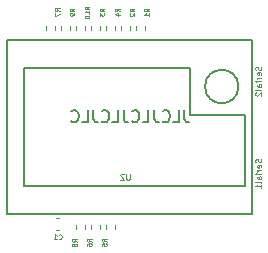
<source format=gbr>
%TF.GenerationSoftware,KiCad,Pcbnew,5.1.8-db9833491~87~ubuntu20.04.1*%
%TF.CreationDate,2020-11-05T18:06:58+01:00*%
%TF.ProjectId,rosalyn-rx,726f7361-6c79-46e2-9d72-782e6b696361,v1.0*%
%TF.SameCoordinates,Original*%
%TF.FileFunction,Legend,Bot*%
%TF.FilePolarity,Positive*%
%FSLAX46Y46*%
G04 Gerber Fmt 4.6, Leading zero omitted, Abs format (unit mm)*
G04 Created by KiCad (PCBNEW 5.1.8-db9833491~87~ubuntu20.04.1) date 2020-11-05 18:06:58*
%MOMM*%
%LPD*%
G01*
G04 APERTURE LIST*
%ADD10C,0.150000*%
%ADD11C,0.125000*%
%ADD12C,0.120000*%
%ADD13C,0.100000*%
G04 APERTURE END LIST*
D10*
X142019047Y-98562380D02*
X142019047Y-99276666D01*
X142066666Y-99419523D01*
X142161904Y-99514761D01*
X142304761Y-99562380D01*
X142400000Y-99562380D01*
X141066666Y-99562380D02*
X141542857Y-99562380D01*
X141542857Y-98562380D01*
X140161904Y-99467142D02*
X140209523Y-99514761D01*
X140352380Y-99562380D01*
X140447619Y-99562380D01*
X140590476Y-99514761D01*
X140685714Y-99419523D01*
X140733333Y-99324285D01*
X140780952Y-99133809D01*
X140780952Y-98990952D01*
X140733333Y-98800476D01*
X140685714Y-98705238D01*
X140590476Y-98610000D01*
X140447619Y-98562380D01*
X140352380Y-98562380D01*
X140209523Y-98610000D01*
X140161904Y-98657619D01*
X139447619Y-98562380D02*
X139447619Y-99276666D01*
X139495238Y-99419523D01*
X139590476Y-99514761D01*
X139733333Y-99562380D01*
X139828571Y-99562380D01*
X138495238Y-99562380D02*
X138971428Y-99562380D01*
X138971428Y-98562380D01*
X137590476Y-99467142D02*
X137638095Y-99514761D01*
X137780952Y-99562380D01*
X137876190Y-99562380D01*
X138019047Y-99514761D01*
X138114285Y-99419523D01*
X138161904Y-99324285D01*
X138209523Y-99133809D01*
X138209523Y-98990952D01*
X138161904Y-98800476D01*
X138114285Y-98705238D01*
X138019047Y-98610000D01*
X137876190Y-98562380D01*
X137780952Y-98562380D01*
X137638095Y-98610000D01*
X137590476Y-98657619D01*
X136876190Y-98562380D02*
X136876190Y-99276666D01*
X136923809Y-99419523D01*
X137019047Y-99514761D01*
X137161904Y-99562380D01*
X137257142Y-99562380D01*
X135923809Y-99562380D02*
X136400000Y-99562380D01*
X136400000Y-98562380D01*
X135019047Y-99467142D02*
X135066666Y-99514761D01*
X135209523Y-99562380D01*
X135304761Y-99562380D01*
X135447619Y-99514761D01*
X135542857Y-99419523D01*
X135590476Y-99324285D01*
X135638095Y-99133809D01*
X135638095Y-98990952D01*
X135590476Y-98800476D01*
X135542857Y-98705238D01*
X135447619Y-98610000D01*
X135304761Y-98562380D01*
X135209523Y-98562380D01*
X135066666Y-98610000D01*
X135019047Y-98657619D01*
X134304761Y-98562380D02*
X134304761Y-99276666D01*
X134352380Y-99419523D01*
X134447619Y-99514761D01*
X134590476Y-99562380D01*
X134685714Y-99562380D01*
X133352380Y-99562380D02*
X133828571Y-99562380D01*
X133828571Y-98562380D01*
X132447619Y-99467142D02*
X132495238Y-99514761D01*
X132638095Y-99562380D01*
X132733333Y-99562380D01*
X132876190Y-99514761D01*
X132971428Y-99419523D01*
X133019047Y-99324285D01*
X133066666Y-99133809D01*
X133066666Y-98990952D01*
X133019047Y-98800476D01*
X132971428Y-98705238D01*
X132876190Y-98610000D01*
X132733333Y-98562380D01*
X132638095Y-98562380D01*
X132495238Y-98610000D01*
X132447619Y-98657619D01*
D11*
X148502380Y-94873809D02*
X148526190Y-94945238D01*
X148526190Y-95064285D01*
X148502380Y-95111904D01*
X148478571Y-95135714D01*
X148430952Y-95159523D01*
X148383333Y-95159523D01*
X148335714Y-95135714D01*
X148311904Y-95111904D01*
X148288095Y-95064285D01*
X148264285Y-94969047D01*
X148240476Y-94921428D01*
X148216666Y-94897619D01*
X148169047Y-94873809D01*
X148121428Y-94873809D01*
X148073809Y-94897619D01*
X148050000Y-94921428D01*
X148026190Y-94969047D01*
X148026190Y-95088095D01*
X148050000Y-95159523D01*
X148502380Y-95564285D02*
X148526190Y-95516666D01*
X148526190Y-95421428D01*
X148502380Y-95373809D01*
X148454761Y-95350000D01*
X148264285Y-95350000D01*
X148216666Y-95373809D01*
X148192857Y-95421428D01*
X148192857Y-95516666D01*
X148216666Y-95564285D01*
X148264285Y-95588095D01*
X148311904Y-95588095D01*
X148359523Y-95350000D01*
X148526190Y-95802380D02*
X148192857Y-95802380D01*
X148288095Y-95802380D02*
X148240476Y-95826190D01*
X148216666Y-95850000D01*
X148192857Y-95897619D01*
X148192857Y-95945238D01*
X148526190Y-96111904D02*
X148192857Y-96111904D01*
X148026190Y-96111904D02*
X148050000Y-96088095D01*
X148073809Y-96111904D01*
X148050000Y-96135714D01*
X148026190Y-96111904D01*
X148073809Y-96111904D01*
X148526190Y-96564285D02*
X148264285Y-96564285D01*
X148216666Y-96540476D01*
X148192857Y-96492857D01*
X148192857Y-96397619D01*
X148216666Y-96350000D01*
X148502380Y-96564285D02*
X148526190Y-96516666D01*
X148526190Y-96397619D01*
X148502380Y-96350000D01*
X148454761Y-96326190D01*
X148407142Y-96326190D01*
X148359523Y-96350000D01*
X148335714Y-96397619D01*
X148335714Y-96516666D01*
X148311904Y-96564285D01*
X148526190Y-96873809D02*
X148502380Y-96826190D01*
X148454761Y-96802380D01*
X148026190Y-96802380D01*
X148073809Y-97040476D02*
X148050000Y-97064285D01*
X148026190Y-97111904D01*
X148026190Y-97230952D01*
X148050000Y-97278571D01*
X148073809Y-97302380D01*
X148121428Y-97326190D01*
X148169047Y-97326190D01*
X148240476Y-97302380D01*
X148526190Y-97016666D01*
X148526190Y-97326190D01*
X148502380Y-102693809D02*
X148526190Y-102765238D01*
X148526190Y-102884285D01*
X148502380Y-102931904D01*
X148478571Y-102955714D01*
X148430952Y-102979523D01*
X148383333Y-102979523D01*
X148335714Y-102955714D01*
X148311904Y-102931904D01*
X148288095Y-102884285D01*
X148264285Y-102789047D01*
X148240476Y-102741428D01*
X148216666Y-102717619D01*
X148169047Y-102693809D01*
X148121428Y-102693809D01*
X148073809Y-102717619D01*
X148050000Y-102741428D01*
X148026190Y-102789047D01*
X148026190Y-102908095D01*
X148050000Y-102979523D01*
X148502380Y-103384285D02*
X148526190Y-103336666D01*
X148526190Y-103241428D01*
X148502380Y-103193809D01*
X148454761Y-103170000D01*
X148264285Y-103170000D01*
X148216666Y-103193809D01*
X148192857Y-103241428D01*
X148192857Y-103336666D01*
X148216666Y-103384285D01*
X148264285Y-103408095D01*
X148311904Y-103408095D01*
X148359523Y-103170000D01*
X148526190Y-103622380D02*
X148192857Y-103622380D01*
X148288095Y-103622380D02*
X148240476Y-103646190D01*
X148216666Y-103670000D01*
X148192857Y-103717619D01*
X148192857Y-103765238D01*
X148526190Y-103931904D02*
X148192857Y-103931904D01*
X148026190Y-103931904D02*
X148050000Y-103908095D01*
X148073809Y-103931904D01*
X148050000Y-103955714D01*
X148026190Y-103931904D01*
X148073809Y-103931904D01*
X148526190Y-104384285D02*
X148264285Y-104384285D01*
X148216666Y-104360476D01*
X148192857Y-104312857D01*
X148192857Y-104217619D01*
X148216666Y-104170000D01*
X148502380Y-104384285D02*
X148526190Y-104336666D01*
X148526190Y-104217619D01*
X148502380Y-104170000D01*
X148454761Y-104146190D01*
X148407142Y-104146190D01*
X148359523Y-104170000D01*
X148335714Y-104217619D01*
X148335714Y-104336666D01*
X148311904Y-104384285D01*
X148526190Y-104693809D02*
X148502380Y-104646190D01*
X148454761Y-104622380D01*
X148026190Y-104622380D01*
X148526190Y-105146190D02*
X148526190Y-104860476D01*
X148526190Y-105003333D02*
X148026190Y-105003333D01*
X148097619Y-104955714D01*
X148145238Y-104908095D01*
X148169047Y-104860476D01*
D10*
%TO.C,U2*%
X146584214Y-96550000D02*
G75*
G03*
X146584214Y-96550000I-1414214J0D01*
G01*
X142470000Y-95000000D02*
X128420000Y-95000000D01*
X142470000Y-99000000D02*
X142470000Y-95000000D01*
X147170000Y-99000000D02*
X142470000Y-99000000D01*
X147170000Y-105000000D02*
X147170000Y-99000000D01*
X128420000Y-105000000D02*
X147170000Y-105000000D01*
X128420000Y-95000000D02*
X128420000Y-105000000D01*
X127020000Y-92650000D02*
X127020000Y-107350000D01*
X147720000Y-92650000D02*
X127020000Y-92650000D01*
X147720000Y-107350000D02*
X147720000Y-92650000D01*
X127020000Y-107350000D02*
X147720000Y-107350000D01*
D12*
%TO.C,C1*%
X131440580Y-108720000D02*
X131159420Y-108720000D01*
X131440580Y-107700000D02*
X131159420Y-107700000D01*
%TO.C,R10*%
X133610000Y-91416359D02*
X133610000Y-91723641D01*
X132850000Y-91416359D02*
X132850000Y-91723641D01*
%TO.C,R9*%
X132340000Y-91416359D02*
X132340000Y-91723641D01*
X131580000Y-91416359D02*
X131580000Y-91723641D01*
%TO.C,R8*%
X132880000Y-108603641D02*
X132880000Y-108296359D01*
X133640000Y-108603641D02*
X133640000Y-108296359D01*
%TO.C,R7*%
X131070000Y-91416359D02*
X131070000Y-91723641D01*
X130310000Y-91416359D02*
X130310000Y-91723641D01*
%TO.C,R6*%
X134120000Y-108583641D02*
X134120000Y-108276359D01*
X134880000Y-108583641D02*
X134880000Y-108276359D01*
%TO.C,R5*%
X135390000Y-108583641D02*
X135390000Y-108276359D01*
X136150000Y-108583641D02*
X136150000Y-108276359D01*
%TO.C,R4*%
X135390000Y-91723641D02*
X135390000Y-91416359D01*
X136150000Y-91723641D02*
X136150000Y-91416359D01*
%TO.C,R3*%
X134120000Y-91723641D02*
X134120000Y-91416359D01*
X134880000Y-91723641D02*
X134880000Y-91416359D01*
%TO.C,R2*%
X136660000Y-91723641D02*
X136660000Y-91416359D01*
X137420000Y-91723641D02*
X137420000Y-91416359D01*
%TO.C,R1*%
X137930000Y-91723641D02*
X137930000Y-91416359D01*
X138690000Y-91723641D02*
X138690000Y-91416359D01*
%TO.C,U2*%
D11*
X137380952Y-103936190D02*
X137380952Y-104340952D01*
X137357142Y-104388571D01*
X137333333Y-104412380D01*
X137285714Y-104436190D01*
X137190476Y-104436190D01*
X137142857Y-104412380D01*
X137119047Y-104388571D01*
X137095238Y-104340952D01*
X137095238Y-103936190D01*
X136880952Y-103983809D02*
X136857142Y-103960000D01*
X136809523Y-103936190D01*
X136690476Y-103936190D01*
X136642857Y-103960000D01*
X136619047Y-103983809D01*
X136595238Y-104031428D01*
X136595238Y-104079047D01*
X136619047Y-104150476D01*
X136904761Y-104436190D01*
X136595238Y-104436190D01*
%TO.C,C1*%
D13*
X131366666Y-109422857D02*
X131385714Y-109441904D01*
X131442857Y-109460952D01*
X131480952Y-109460952D01*
X131538095Y-109441904D01*
X131576190Y-109403809D01*
X131595238Y-109365714D01*
X131614285Y-109289523D01*
X131614285Y-109232380D01*
X131595238Y-109156190D01*
X131576190Y-109118095D01*
X131538095Y-109080000D01*
X131480952Y-109060952D01*
X131442857Y-109060952D01*
X131385714Y-109080000D01*
X131366666Y-109099047D01*
X130985714Y-109460952D02*
X131214285Y-109460952D01*
X131100000Y-109460952D02*
X131100000Y-109060952D01*
X131138095Y-109118095D01*
X131176190Y-109156190D01*
X131214285Y-109175238D01*
%TO.C,R10*%
X133960952Y-90012857D02*
X133770476Y-89879523D01*
X133960952Y-89784285D02*
X133560952Y-89784285D01*
X133560952Y-89936666D01*
X133580000Y-89974761D01*
X133599047Y-89993809D01*
X133637142Y-90012857D01*
X133694285Y-90012857D01*
X133732380Y-89993809D01*
X133751428Y-89974761D01*
X133770476Y-89936666D01*
X133770476Y-89784285D01*
X133960952Y-90393809D02*
X133960952Y-90165238D01*
X133960952Y-90279523D02*
X133560952Y-90279523D01*
X133618095Y-90241428D01*
X133656190Y-90203333D01*
X133675238Y-90165238D01*
X133560952Y-90641428D02*
X133560952Y-90679523D01*
X133580000Y-90717619D01*
X133599047Y-90736666D01*
X133637142Y-90755714D01*
X133713333Y-90774761D01*
X133808571Y-90774761D01*
X133884761Y-90755714D01*
X133922857Y-90736666D01*
X133941904Y-90717619D01*
X133960952Y-90679523D01*
X133960952Y-90641428D01*
X133941904Y-90603333D01*
X133922857Y-90584285D01*
X133884761Y-90565238D01*
X133808571Y-90546190D01*
X133713333Y-90546190D01*
X133637142Y-90565238D01*
X133599047Y-90584285D01*
X133580000Y-90603333D01*
X133560952Y-90641428D01*
%TO.C,R9*%
X132700952Y-90173333D02*
X132510476Y-90040000D01*
X132700952Y-89944761D02*
X132300952Y-89944761D01*
X132300952Y-90097142D01*
X132320000Y-90135238D01*
X132339047Y-90154285D01*
X132377142Y-90173333D01*
X132434285Y-90173333D01*
X132472380Y-90154285D01*
X132491428Y-90135238D01*
X132510476Y-90097142D01*
X132510476Y-89944761D01*
X132700952Y-90363809D02*
X132700952Y-90440000D01*
X132681904Y-90478095D01*
X132662857Y-90497142D01*
X132605714Y-90535238D01*
X132529523Y-90554285D01*
X132377142Y-90554285D01*
X132339047Y-90535238D01*
X132320000Y-90516190D01*
X132300952Y-90478095D01*
X132300952Y-90401904D01*
X132320000Y-90363809D01*
X132339047Y-90344761D01*
X132377142Y-90325714D01*
X132472380Y-90325714D01*
X132510476Y-90344761D01*
X132529523Y-90363809D01*
X132548571Y-90401904D01*
X132548571Y-90478095D01*
X132529523Y-90516190D01*
X132510476Y-90535238D01*
X132472380Y-90554285D01*
%TO.C,R8*%
X132910952Y-109703333D02*
X132720476Y-109570000D01*
X132910952Y-109474761D02*
X132510952Y-109474761D01*
X132510952Y-109627142D01*
X132530000Y-109665238D01*
X132549047Y-109684285D01*
X132587142Y-109703333D01*
X132644285Y-109703333D01*
X132682380Y-109684285D01*
X132701428Y-109665238D01*
X132720476Y-109627142D01*
X132720476Y-109474761D01*
X132682380Y-109931904D02*
X132663333Y-109893809D01*
X132644285Y-109874761D01*
X132606190Y-109855714D01*
X132587142Y-109855714D01*
X132549047Y-109874761D01*
X132530000Y-109893809D01*
X132510952Y-109931904D01*
X132510952Y-110008095D01*
X132530000Y-110046190D01*
X132549047Y-110065238D01*
X132587142Y-110084285D01*
X132606190Y-110084285D01*
X132644285Y-110065238D01*
X132663333Y-110046190D01*
X132682380Y-110008095D01*
X132682380Y-109931904D01*
X132701428Y-109893809D01*
X132720476Y-109874761D01*
X132758571Y-109855714D01*
X132834761Y-109855714D01*
X132872857Y-109874761D01*
X132891904Y-109893809D01*
X132910952Y-109931904D01*
X132910952Y-110008095D01*
X132891904Y-110046190D01*
X132872857Y-110065238D01*
X132834761Y-110084285D01*
X132758571Y-110084285D01*
X132720476Y-110065238D01*
X132701428Y-110046190D01*
X132682380Y-110008095D01*
%TO.C,R7*%
X131450952Y-90163333D02*
X131260476Y-90030000D01*
X131450952Y-89934761D02*
X131050952Y-89934761D01*
X131050952Y-90087142D01*
X131070000Y-90125238D01*
X131089047Y-90144285D01*
X131127142Y-90163333D01*
X131184285Y-90163333D01*
X131222380Y-90144285D01*
X131241428Y-90125238D01*
X131260476Y-90087142D01*
X131260476Y-89934761D01*
X131050952Y-90296666D02*
X131050952Y-90563333D01*
X131450952Y-90391904D01*
%TO.C,R6*%
X134150952Y-109683333D02*
X133960476Y-109550000D01*
X134150952Y-109454761D02*
X133750952Y-109454761D01*
X133750952Y-109607142D01*
X133770000Y-109645238D01*
X133789047Y-109664285D01*
X133827142Y-109683333D01*
X133884285Y-109683333D01*
X133922380Y-109664285D01*
X133941428Y-109645238D01*
X133960476Y-109607142D01*
X133960476Y-109454761D01*
X133750952Y-110026190D02*
X133750952Y-109950000D01*
X133770000Y-109911904D01*
X133789047Y-109892857D01*
X133846190Y-109854761D01*
X133922380Y-109835714D01*
X134074761Y-109835714D01*
X134112857Y-109854761D01*
X134131904Y-109873809D01*
X134150952Y-109911904D01*
X134150952Y-109988095D01*
X134131904Y-110026190D01*
X134112857Y-110045238D01*
X134074761Y-110064285D01*
X133979523Y-110064285D01*
X133941428Y-110045238D01*
X133922380Y-110026190D01*
X133903333Y-109988095D01*
X133903333Y-109911904D01*
X133922380Y-109873809D01*
X133941428Y-109854761D01*
X133979523Y-109835714D01*
%TO.C,R5*%
X135420952Y-109683333D02*
X135230476Y-109550000D01*
X135420952Y-109454761D02*
X135020952Y-109454761D01*
X135020952Y-109607142D01*
X135040000Y-109645238D01*
X135059047Y-109664285D01*
X135097142Y-109683333D01*
X135154285Y-109683333D01*
X135192380Y-109664285D01*
X135211428Y-109645238D01*
X135230476Y-109607142D01*
X135230476Y-109454761D01*
X135020952Y-110045238D02*
X135020952Y-109854761D01*
X135211428Y-109835714D01*
X135192380Y-109854761D01*
X135173333Y-109892857D01*
X135173333Y-109988095D01*
X135192380Y-110026190D01*
X135211428Y-110045238D01*
X135249523Y-110064285D01*
X135344761Y-110064285D01*
X135382857Y-110045238D01*
X135401904Y-110026190D01*
X135420952Y-109988095D01*
X135420952Y-109892857D01*
X135401904Y-109854761D01*
X135382857Y-109835714D01*
%TO.C,R4*%
X136520952Y-90173333D02*
X136330476Y-90040000D01*
X136520952Y-89944761D02*
X136120952Y-89944761D01*
X136120952Y-90097142D01*
X136140000Y-90135238D01*
X136159047Y-90154285D01*
X136197142Y-90173333D01*
X136254285Y-90173333D01*
X136292380Y-90154285D01*
X136311428Y-90135238D01*
X136330476Y-90097142D01*
X136330476Y-89944761D01*
X136254285Y-90516190D02*
X136520952Y-90516190D01*
X136101904Y-90420952D02*
X136387619Y-90325714D01*
X136387619Y-90573333D01*
%TO.C,R3*%
X135240952Y-90173333D02*
X135050476Y-90040000D01*
X135240952Y-89944761D02*
X134840952Y-89944761D01*
X134840952Y-90097142D01*
X134860000Y-90135238D01*
X134879047Y-90154285D01*
X134917142Y-90173333D01*
X134974285Y-90173333D01*
X135012380Y-90154285D01*
X135031428Y-90135238D01*
X135050476Y-90097142D01*
X135050476Y-89944761D01*
X134840952Y-90306666D02*
X134840952Y-90554285D01*
X134993333Y-90420952D01*
X134993333Y-90478095D01*
X135012380Y-90516190D01*
X135031428Y-90535238D01*
X135069523Y-90554285D01*
X135164761Y-90554285D01*
X135202857Y-90535238D01*
X135221904Y-90516190D01*
X135240952Y-90478095D01*
X135240952Y-90363809D01*
X135221904Y-90325714D01*
X135202857Y-90306666D01*
%TO.C,R2*%
X137780952Y-90183333D02*
X137590476Y-90050000D01*
X137780952Y-89954761D02*
X137380952Y-89954761D01*
X137380952Y-90107142D01*
X137400000Y-90145238D01*
X137419047Y-90164285D01*
X137457142Y-90183333D01*
X137514285Y-90183333D01*
X137552380Y-90164285D01*
X137571428Y-90145238D01*
X137590476Y-90107142D01*
X137590476Y-89954761D01*
X137419047Y-90335714D02*
X137400000Y-90354761D01*
X137380952Y-90392857D01*
X137380952Y-90488095D01*
X137400000Y-90526190D01*
X137419047Y-90545238D01*
X137457142Y-90564285D01*
X137495238Y-90564285D01*
X137552380Y-90545238D01*
X137780952Y-90316666D01*
X137780952Y-90564285D01*
%TO.C,R1*%
X139030952Y-90193333D02*
X138840476Y-90060000D01*
X139030952Y-89964761D02*
X138630952Y-89964761D01*
X138630952Y-90117142D01*
X138650000Y-90155238D01*
X138669047Y-90174285D01*
X138707142Y-90193333D01*
X138764285Y-90193333D01*
X138802380Y-90174285D01*
X138821428Y-90155238D01*
X138840476Y-90117142D01*
X138840476Y-89964761D01*
X139030952Y-90574285D02*
X139030952Y-90345714D01*
X139030952Y-90460000D02*
X138630952Y-90460000D01*
X138688095Y-90421904D01*
X138726190Y-90383809D01*
X138745238Y-90345714D01*
%TD*%
M02*

</source>
